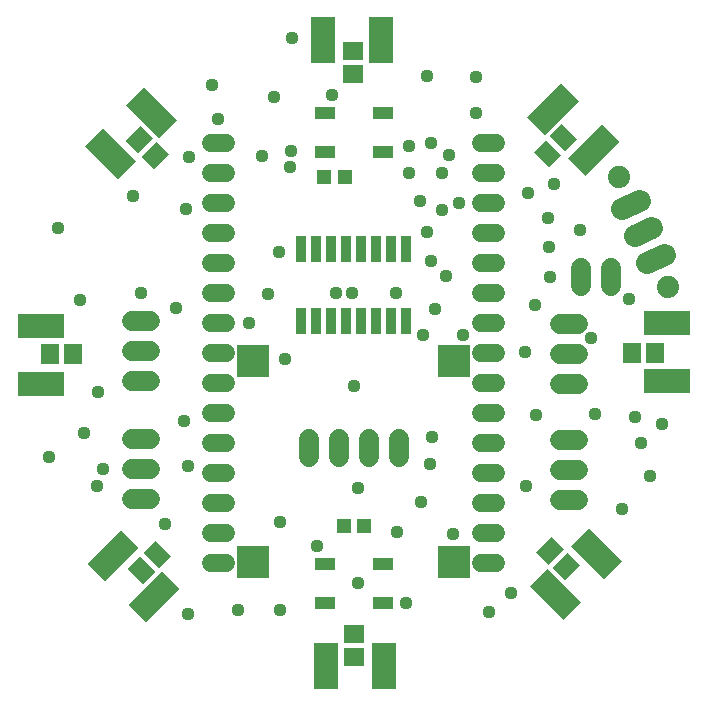
<source format=gbr>
G04 EAGLE Gerber RS-274X export*
G75*
%MOMM*%
%FSLAX34Y34*%
%LPD*%
%INSoldermask Bottom*%
%IPPOS*%
%AMOC8*
5,1,8,0,0,1.08239X$1,22.5*%
G01*
%ADD10C,1.727200*%
%ADD11R,0.863600X2.235200*%
%ADD12R,1.703200X1.103200*%
%ADD13R,2.133600X4.013200*%
%ADD14R,4.013200X2.133600*%
%ADD15R,1.803200X1.503200*%
%ADD16R,1.503200X1.803200*%
%ADD17C,1.511200*%
%ADD18R,2.743200X2.743200*%
%ADD19R,1.303200X1.203200*%
%ADD20C,1.853200*%
%ADD21C,1.879600*%
%ADD22C,1.117600*%


D10*
X-65989Y322686D02*
X-50749Y322686D01*
X-50749Y297286D02*
X-65989Y297286D01*
X-65989Y271886D02*
X-50749Y271886D01*
X296418Y269566D02*
X311658Y269566D01*
X311658Y294966D02*
X296418Y294966D01*
X296418Y320366D02*
X311658Y320366D01*
D11*
X77640Y383666D03*
X77640Y322198D03*
X90340Y383666D03*
X103040Y383666D03*
X90340Y322198D03*
X103040Y322198D03*
X115740Y383666D03*
X115740Y322198D03*
X128440Y383666D03*
X128440Y322198D03*
X141140Y383666D03*
X153840Y383666D03*
X141140Y322198D03*
X153840Y322198D03*
X166540Y383666D03*
X166540Y322198D03*
D10*
X83869Y222654D02*
X83869Y207414D01*
X109269Y207414D02*
X109269Y222654D01*
X134669Y222654D02*
X134669Y207414D01*
X160069Y207414D02*
X160069Y222654D01*
D12*
X97468Y465861D03*
X97468Y498861D03*
X146468Y465861D03*
X146468Y498861D03*
X97535Y84118D03*
X97535Y117118D03*
X146535Y84118D03*
X146535Y117118D03*
D10*
X-50673Y171953D02*
X-65913Y171953D01*
X-65913Y197353D02*
X-50673Y197353D01*
X-50673Y222753D02*
X-65913Y222753D01*
X296880Y171100D02*
X312120Y171100D01*
X312120Y196500D02*
X296880Y196500D01*
X296880Y221900D02*
X312120Y221900D01*
D13*
X145193Y560036D03*
X96171Y560036D03*
D14*
G36*
X303652Y460564D02*
X332029Y488941D01*
X347116Y473854D01*
X318739Y445477D01*
X303652Y460564D01*
G37*
G36*
X268988Y495228D02*
X297365Y523605D01*
X312452Y508518D01*
X284075Y480141D01*
X268988Y495228D01*
G37*
X387016Y271840D03*
X387016Y320862D03*
G36*
X286433Y112862D02*
X314810Y84485D01*
X299723Y69398D01*
X271346Y97775D01*
X286433Y112862D01*
G37*
G36*
X321097Y147525D02*
X349474Y119148D01*
X334387Y104061D01*
X306010Y132438D01*
X321097Y147525D01*
G37*
D13*
X98790Y30049D03*
X147812Y30049D03*
D14*
G36*
X-60090Y130430D02*
X-88467Y102053D01*
X-103554Y117140D01*
X-75177Y145517D01*
X-60090Y130430D01*
G37*
G36*
X-25426Y95766D02*
X-53803Y67389D01*
X-68890Y82476D01*
X-40513Y110853D01*
X-25426Y95766D01*
G37*
X-143059Y318193D03*
X-143059Y269171D03*
G36*
X-42501Y477148D02*
X-70878Y505525D01*
X-55791Y520612D01*
X-27414Y492235D01*
X-42501Y477148D01*
G37*
G36*
X-77165Y442484D02*
X-105542Y470861D01*
X-90455Y485948D01*
X-62078Y457571D01*
X-77165Y442484D01*
G37*
D15*
X121158Y550774D03*
X121158Y531774D03*
D16*
G36*
X287829Y478886D02*
X298458Y489515D01*
X311207Y476766D01*
X300578Y466137D01*
X287829Y478886D01*
G37*
G36*
X274394Y465451D02*
X285023Y476080D01*
X297772Y463331D01*
X287143Y452702D01*
X274394Y465451D01*
G37*
X376784Y295656D03*
X357784Y295656D03*
G36*
X303000Y126309D02*
X313629Y115680D01*
X300880Y102931D01*
X290251Y113560D01*
X303000Y126309D01*
G37*
G36*
X289565Y139744D02*
X300194Y129115D01*
X287445Y116366D01*
X276816Y126995D01*
X289565Y139744D01*
G37*
D15*
X122174Y38252D03*
X122174Y57252D03*
D16*
G36*
X-45959Y110438D02*
X-56588Y99809D01*
X-69337Y112558D01*
X-58708Y123187D01*
X-45959Y110438D01*
G37*
G36*
X-32524Y123873D02*
X-43153Y113244D01*
X-55902Y125993D01*
X-45273Y136622D01*
X-32524Y123873D01*
G37*
X-134722Y294640D03*
X-115722Y294640D03*
G36*
X-60858Y464372D02*
X-71487Y475001D01*
X-58738Y487750D01*
X-48109Y477121D01*
X-60858Y464372D01*
G37*
G36*
X-47423Y450937D02*
X-58052Y461566D01*
X-45303Y474315D01*
X-34674Y463686D01*
X-47423Y450937D01*
G37*
D17*
X966Y473201D02*
X14046Y473201D01*
X14046Y447801D02*
X966Y447801D01*
X966Y422401D02*
X14046Y422401D01*
X14046Y397001D02*
X966Y397001D01*
X966Y371601D02*
X14046Y371601D01*
X14046Y346201D02*
X966Y346201D01*
X966Y320801D02*
X14046Y320801D01*
X14046Y295401D02*
X966Y295401D01*
X966Y270001D02*
X14046Y270001D01*
X14046Y244601D02*
X966Y244601D01*
X966Y219201D02*
X14046Y219201D01*
X14046Y193801D02*
X966Y193801D01*
X966Y168401D02*
X14046Y168401D01*
X14046Y143001D02*
X966Y143001D01*
X966Y117601D02*
X14046Y117601D01*
X229566Y473201D02*
X242646Y473201D01*
X242646Y447801D02*
X229566Y447801D01*
X229566Y422401D02*
X242646Y422401D01*
X242646Y397001D02*
X229566Y397001D01*
X229566Y371601D02*
X242646Y371601D01*
X242646Y346201D02*
X229566Y346201D01*
X229566Y320801D02*
X242646Y320801D01*
X242646Y295401D02*
X229566Y295401D01*
X229566Y270001D02*
X242646Y270001D01*
X242646Y244601D02*
X229566Y244601D01*
X229566Y219201D02*
X242646Y219201D01*
X242646Y193801D02*
X229566Y193801D01*
X229566Y168401D02*
X242646Y168401D01*
X242646Y143001D02*
X229566Y143001D01*
X229566Y117601D02*
X242646Y117601D01*
D18*
X36740Y118157D03*
X36740Y288337D03*
X206920Y118157D03*
X206920Y288337D03*
D10*
X339867Y352436D02*
X339867Y367676D01*
X314467Y367676D02*
X314467Y352436D01*
D19*
X97291Y444119D03*
X114291Y444119D03*
X113801Y148590D03*
X130801Y148590D03*
D20*
X370247Y371368D02*
X385321Y378079D01*
X374989Y401283D02*
X359916Y394572D01*
X349585Y417776D02*
X364658Y424487D01*
D21*
X388115Y351519D03*
X346790Y444335D03*
D22*
X159000Y144000D03*
X125500Y181000D03*
X206500Y142000D03*
X237000Y76000D03*
X255500Y92000D03*
X59500Y152500D03*
X214500Y311000D03*
X269500Y430500D03*
X180500Y311000D03*
X-95500Y182500D03*
X-18000Y200000D03*
X-94000Y262500D03*
X-106500Y228000D03*
X-58100Y345900D03*
X-20200Y417100D03*
X-17000Y461000D03*
X323300Y307900D03*
X326000Y243400D03*
X276200Y243100D03*
X383300Y235400D03*
X313500Y400000D03*
X178000Y424000D03*
X169000Y448000D03*
X54500Y512000D03*
X225500Y529500D03*
X184000Y530000D03*
X2500Y522500D03*
X288000Y360000D03*
X225500Y499000D03*
X190500Y332500D03*
X-65000Y428000D03*
X122000Y267500D03*
X-37500Y150500D03*
X70000Y562000D03*
X-128100Y401100D03*
X349000Y163600D03*
X373000Y191200D03*
X211500Y422500D03*
X292000Y438500D03*
X169000Y470500D03*
X268200Y183000D03*
X58500Y381000D03*
X360600Y241400D03*
X91000Y132000D03*
X-135500Y207000D03*
X68000Y453000D03*
X184500Y398000D03*
X33500Y321000D03*
X267000Y296500D03*
X276000Y336500D03*
X179000Y169500D03*
X126000Y101000D03*
X59500Y78000D03*
X24500Y78000D03*
X-18500Y74500D03*
X355000Y341500D03*
X49200Y345700D03*
X365000Y219000D03*
X64000Y290000D03*
X-90000Y197500D03*
X69000Y466500D03*
X107500Y346500D03*
X7500Y493500D03*
X44500Y462000D03*
X196500Y448000D03*
X196500Y416500D03*
X-21500Y238000D03*
X187500Y473000D03*
X-28500Y333500D03*
X202500Y463000D03*
X188500Y224500D03*
X186500Y201500D03*
X-109800Y340500D03*
X166500Y84000D03*
X103500Y513500D03*
X200000Y360500D03*
X287500Y385000D03*
X120500Y346500D03*
X157500Y346500D03*
X286500Y409500D03*
X187500Y373500D03*
M02*

</source>
